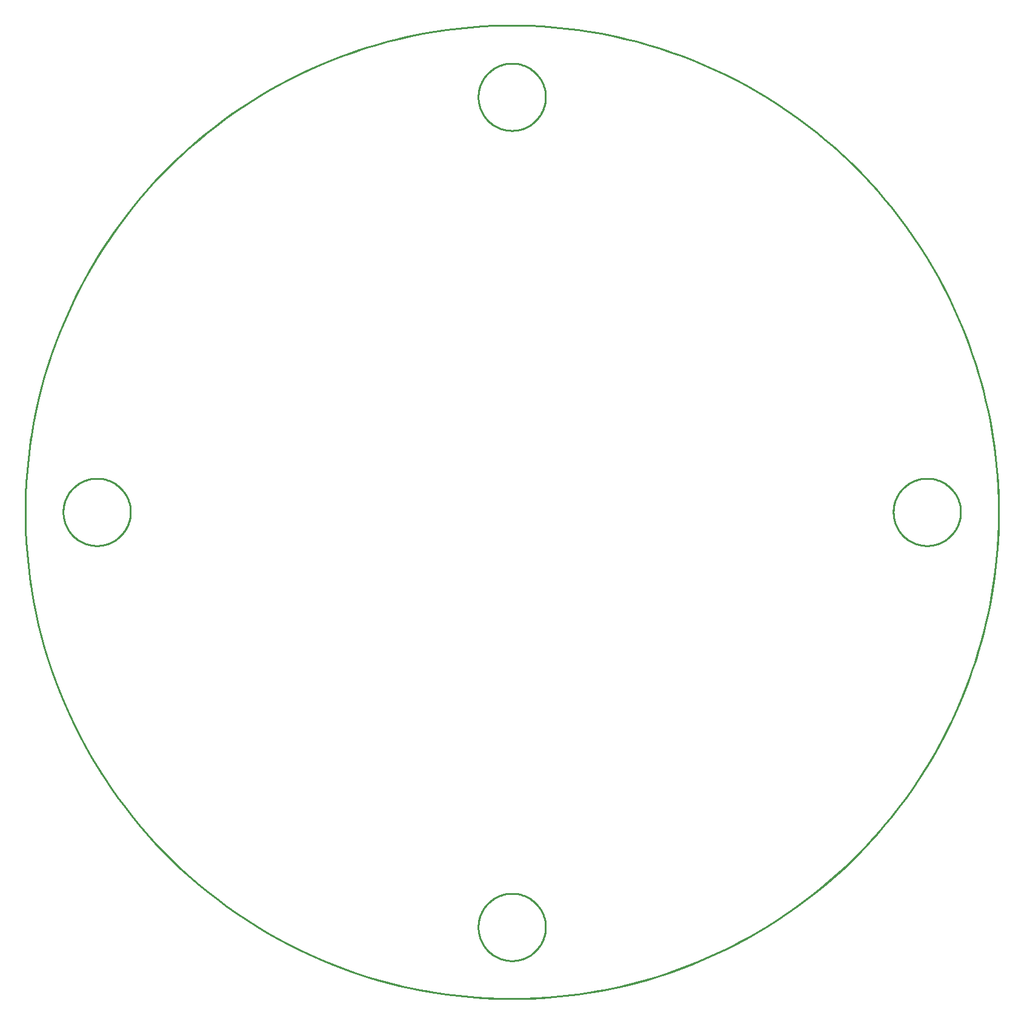
<source format=gko>
G04 EAGLE Gerber RS-274X export*
G75*
%MOMM*%
%FSLAX34Y34*%
%LPD*%
%INBoard Outline*%
%IPPOS*%
%AMOC8*
5,1,8,0,0,1.08239X$1,22.5*%
G01*
%ADD10C,0.152400*%
%ADD11C,0.254000*%


D10*
X533000Y0D02*
X533014Y1153D01*
X533057Y2306D01*
X533127Y3458D01*
X533226Y4607D01*
X533353Y5753D01*
X533509Y6896D01*
X533692Y8035D01*
X533903Y9169D01*
X534142Y10298D01*
X534409Y11420D01*
X534703Y12535D01*
X535024Y13643D01*
X535372Y14743D01*
X535747Y15834D01*
X536149Y16915D01*
X536578Y17986D01*
X537032Y19046D01*
X537513Y20095D01*
X538018Y21132D01*
X538550Y22156D01*
X539106Y23166D01*
X539687Y24163D01*
X540292Y25145D01*
X540921Y26112D01*
X541574Y27063D01*
X542249Y27998D01*
X542948Y28916D01*
X543669Y29816D01*
X544411Y30699D01*
X545175Y31563D01*
X545960Y32408D01*
X546766Y33234D01*
X547592Y34040D01*
X548437Y34825D01*
X549301Y35589D01*
X550184Y36331D01*
X551084Y37052D01*
X552002Y37751D01*
X552937Y38426D01*
X553888Y39079D01*
X554855Y39708D01*
X555837Y40313D01*
X556834Y40894D01*
X557844Y41450D01*
X558868Y41982D01*
X559905Y42487D01*
X560954Y42968D01*
X562014Y43422D01*
X563085Y43851D01*
X564166Y44253D01*
X565257Y44628D01*
X566357Y44976D01*
X567465Y45297D01*
X568580Y45591D01*
X569702Y45858D01*
X570831Y46097D01*
X571965Y46308D01*
X573104Y46491D01*
X574247Y46647D01*
X575393Y46774D01*
X576542Y46873D01*
X577694Y46943D01*
X578847Y46986D01*
X580000Y47000D01*
X581153Y46986D01*
X582306Y46943D01*
X583458Y46873D01*
X584607Y46774D01*
X585753Y46647D01*
X586896Y46491D01*
X588035Y46308D01*
X589169Y46097D01*
X590298Y45858D01*
X591420Y45591D01*
X592535Y45297D01*
X593643Y44976D01*
X594743Y44628D01*
X595834Y44253D01*
X596915Y43851D01*
X597986Y43422D01*
X599046Y42968D01*
X600095Y42487D01*
X601132Y41982D01*
X602156Y41450D01*
X603166Y40894D01*
X604163Y40313D01*
X605145Y39708D01*
X606112Y39079D01*
X607063Y38426D01*
X607998Y37751D01*
X608916Y37052D01*
X609816Y36331D01*
X610699Y35589D01*
X611563Y34825D01*
X612408Y34040D01*
X613234Y33234D01*
X614040Y32408D01*
X614825Y31563D01*
X615589Y30699D01*
X616331Y29816D01*
X617052Y28916D01*
X617751Y27998D01*
X618426Y27063D01*
X619079Y26112D01*
X619708Y25145D01*
X620313Y24163D01*
X620894Y23166D01*
X621450Y22156D01*
X621982Y21132D01*
X622487Y20095D01*
X622968Y19046D01*
X623422Y17986D01*
X623851Y16915D01*
X624253Y15834D01*
X624628Y14743D01*
X624976Y13643D01*
X625297Y12535D01*
X625591Y11420D01*
X625858Y10298D01*
X626097Y9169D01*
X626308Y8035D01*
X626491Y6896D01*
X626647Y5753D01*
X626774Y4607D01*
X626873Y3458D01*
X626943Y2306D01*
X626986Y1153D01*
X627000Y0D01*
X626986Y-1153D01*
X626943Y-2306D01*
X626873Y-3458D01*
X626774Y-4607D01*
X626647Y-5753D01*
X626491Y-6896D01*
X626308Y-8035D01*
X626097Y-9169D01*
X625858Y-10298D01*
X625591Y-11420D01*
X625297Y-12535D01*
X624976Y-13643D01*
X624628Y-14743D01*
X624253Y-15834D01*
X623851Y-16915D01*
X623422Y-17986D01*
X622968Y-19046D01*
X622487Y-20095D01*
X621982Y-21132D01*
X621450Y-22156D01*
X620894Y-23166D01*
X620313Y-24163D01*
X619708Y-25145D01*
X619079Y-26112D01*
X618426Y-27063D01*
X617751Y-27998D01*
X617052Y-28916D01*
X616331Y-29816D01*
X615589Y-30699D01*
X614825Y-31563D01*
X614040Y-32408D01*
X613234Y-33234D01*
X612408Y-34040D01*
X611563Y-34825D01*
X610699Y-35589D01*
X609816Y-36331D01*
X608916Y-37052D01*
X607998Y-37751D01*
X607063Y-38426D01*
X606112Y-39079D01*
X605145Y-39708D01*
X604163Y-40313D01*
X603166Y-40894D01*
X602156Y-41450D01*
X601132Y-41982D01*
X600095Y-42487D01*
X599046Y-42968D01*
X597986Y-43422D01*
X596915Y-43851D01*
X595834Y-44253D01*
X594743Y-44628D01*
X593643Y-44976D01*
X592535Y-45297D01*
X591420Y-45591D01*
X590298Y-45858D01*
X589169Y-46097D01*
X588035Y-46308D01*
X586896Y-46491D01*
X585753Y-46647D01*
X584607Y-46774D01*
X583458Y-46873D01*
X582306Y-46943D01*
X581153Y-46986D01*
X580000Y-47000D01*
X578847Y-46986D01*
X577694Y-46943D01*
X576542Y-46873D01*
X575393Y-46774D01*
X574247Y-46647D01*
X573104Y-46491D01*
X571965Y-46308D01*
X570831Y-46097D01*
X569702Y-45858D01*
X568580Y-45591D01*
X567465Y-45297D01*
X566357Y-44976D01*
X565257Y-44628D01*
X564166Y-44253D01*
X563085Y-43851D01*
X562014Y-43422D01*
X560954Y-42968D01*
X559905Y-42487D01*
X558868Y-41982D01*
X557844Y-41450D01*
X556834Y-40894D01*
X555837Y-40313D01*
X554855Y-39708D01*
X553888Y-39079D01*
X552937Y-38426D01*
X552002Y-37751D01*
X551084Y-37052D01*
X550184Y-36331D01*
X549301Y-35589D01*
X548437Y-34825D01*
X547592Y-34040D01*
X546766Y-33234D01*
X545960Y-32408D01*
X545175Y-31563D01*
X544411Y-30699D01*
X543669Y-29816D01*
X542948Y-28916D01*
X542249Y-27998D01*
X541574Y-27063D01*
X540921Y-26112D01*
X540292Y-25145D01*
X539687Y-24163D01*
X539106Y-23166D01*
X538550Y-22156D01*
X538018Y-21132D01*
X537513Y-20095D01*
X537032Y-19046D01*
X536578Y-17986D01*
X536149Y-16915D01*
X535747Y-15834D01*
X535372Y-14743D01*
X535024Y-13643D01*
X534703Y-12535D01*
X534409Y-11420D01*
X534142Y-10298D01*
X533903Y-9169D01*
X533692Y-8035D01*
X533509Y-6896D01*
X533353Y-5753D01*
X533226Y-4607D01*
X533127Y-3458D01*
X533057Y-2306D01*
X533014Y-1153D01*
X533000Y0D01*
X-47000Y580000D02*
X-46986Y581153D01*
X-46943Y582306D01*
X-46873Y583458D01*
X-46774Y584607D01*
X-46647Y585753D01*
X-46491Y586896D01*
X-46308Y588035D01*
X-46097Y589169D01*
X-45858Y590298D01*
X-45591Y591420D01*
X-45297Y592535D01*
X-44976Y593643D01*
X-44628Y594743D01*
X-44253Y595834D01*
X-43851Y596915D01*
X-43422Y597986D01*
X-42968Y599046D01*
X-42487Y600095D01*
X-41982Y601132D01*
X-41450Y602156D01*
X-40894Y603166D01*
X-40313Y604163D01*
X-39708Y605145D01*
X-39079Y606112D01*
X-38426Y607063D01*
X-37751Y607998D01*
X-37052Y608916D01*
X-36331Y609816D01*
X-35589Y610699D01*
X-34825Y611563D01*
X-34040Y612408D01*
X-33234Y613234D01*
X-32408Y614040D01*
X-31563Y614825D01*
X-30699Y615589D01*
X-29816Y616331D01*
X-28916Y617052D01*
X-27998Y617751D01*
X-27063Y618426D01*
X-26112Y619079D01*
X-25145Y619708D01*
X-24163Y620313D01*
X-23166Y620894D01*
X-22156Y621450D01*
X-21132Y621982D01*
X-20095Y622487D01*
X-19046Y622968D01*
X-17986Y623422D01*
X-16915Y623851D01*
X-15834Y624253D01*
X-14743Y624628D01*
X-13643Y624976D01*
X-12535Y625297D01*
X-11420Y625591D01*
X-10298Y625858D01*
X-9169Y626097D01*
X-8035Y626308D01*
X-6896Y626491D01*
X-5753Y626647D01*
X-4607Y626774D01*
X-3458Y626873D01*
X-2306Y626943D01*
X-1153Y626986D01*
X0Y627000D01*
X1153Y626986D01*
X2306Y626943D01*
X3458Y626873D01*
X4607Y626774D01*
X5753Y626647D01*
X6896Y626491D01*
X8035Y626308D01*
X9169Y626097D01*
X10298Y625858D01*
X11420Y625591D01*
X12535Y625297D01*
X13643Y624976D01*
X14743Y624628D01*
X15834Y624253D01*
X16915Y623851D01*
X17986Y623422D01*
X19046Y622968D01*
X20095Y622487D01*
X21132Y621982D01*
X22156Y621450D01*
X23166Y620894D01*
X24163Y620313D01*
X25145Y619708D01*
X26112Y619079D01*
X27063Y618426D01*
X27998Y617751D01*
X28916Y617052D01*
X29816Y616331D01*
X30699Y615589D01*
X31563Y614825D01*
X32408Y614040D01*
X33234Y613234D01*
X34040Y612408D01*
X34825Y611563D01*
X35589Y610699D01*
X36331Y609816D01*
X37052Y608916D01*
X37751Y607998D01*
X38426Y607063D01*
X39079Y606112D01*
X39708Y605145D01*
X40313Y604163D01*
X40894Y603166D01*
X41450Y602156D01*
X41982Y601132D01*
X42487Y600095D01*
X42968Y599046D01*
X43422Y597986D01*
X43851Y596915D01*
X44253Y595834D01*
X44628Y594743D01*
X44976Y593643D01*
X45297Y592535D01*
X45591Y591420D01*
X45858Y590298D01*
X46097Y589169D01*
X46308Y588035D01*
X46491Y586896D01*
X46647Y585753D01*
X46774Y584607D01*
X46873Y583458D01*
X46943Y582306D01*
X46986Y581153D01*
X47000Y580000D01*
X46986Y578847D01*
X46943Y577694D01*
X46873Y576542D01*
X46774Y575393D01*
X46647Y574247D01*
X46491Y573104D01*
X46308Y571965D01*
X46097Y570831D01*
X45858Y569702D01*
X45591Y568580D01*
X45297Y567465D01*
X44976Y566357D01*
X44628Y565257D01*
X44253Y564166D01*
X43851Y563085D01*
X43422Y562014D01*
X42968Y560954D01*
X42487Y559905D01*
X41982Y558868D01*
X41450Y557844D01*
X40894Y556834D01*
X40313Y555837D01*
X39708Y554855D01*
X39079Y553888D01*
X38426Y552937D01*
X37751Y552002D01*
X37052Y551084D01*
X36331Y550184D01*
X35589Y549301D01*
X34825Y548437D01*
X34040Y547592D01*
X33234Y546766D01*
X32408Y545960D01*
X31563Y545175D01*
X30699Y544411D01*
X29816Y543669D01*
X28916Y542948D01*
X27998Y542249D01*
X27063Y541574D01*
X26112Y540921D01*
X25145Y540292D01*
X24163Y539687D01*
X23166Y539106D01*
X22156Y538550D01*
X21132Y538018D01*
X20095Y537513D01*
X19046Y537032D01*
X17986Y536578D01*
X16915Y536149D01*
X15834Y535747D01*
X14743Y535372D01*
X13643Y535024D01*
X12535Y534703D01*
X11420Y534409D01*
X10298Y534142D01*
X9169Y533903D01*
X8035Y533692D01*
X6896Y533509D01*
X5753Y533353D01*
X4607Y533226D01*
X3458Y533127D01*
X2306Y533057D01*
X1153Y533014D01*
X0Y533000D01*
X-1153Y533014D01*
X-2306Y533057D01*
X-3458Y533127D01*
X-4607Y533226D01*
X-5753Y533353D01*
X-6896Y533509D01*
X-8035Y533692D01*
X-9169Y533903D01*
X-10298Y534142D01*
X-11420Y534409D01*
X-12535Y534703D01*
X-13643Y535024D01*
X-14743Y535372D01*
X-15834Y535747D01*
X-16915Y536149D01*
X-17986Y536578D01*
X-19046Y537032D01*
X-20095Y537513D01*
X-21132Y538018D01*
X-22156Y538550D01*
X-23166Y539106D01*
X-24163Y539687D01*
X-25145Y540292D01*
X-26112Y540921D01*
X-27063Y541574D01*
X-27998Y542249D01*
X-28916Y542948D01*
X-29816Y543669D01*
X-30699Y544411D01*
X-31563Y545175D01*
X-32408Y545960D01*
X-33234Y546766D01*
X-34040Y547592D01*
X-34825Y548437D01*
X-35589Y549301D01*
X-36331Y550184D01*
X-37052Y551084D01*
X-37751Y552002D01*
X-38426Y552937D01*
X-39079Y553888D01*
X-39708Y554855D01*
X-40313Y555837D01*
X-40894Y556834D01*
X-41450Y557844D01*
X-41982Y558868D01*
X-42487Y559905D01*
X-42968Y560954D01*
X-43422Y562014D01*
X-43851Y563085D01*
X-44253Y564166D01*
X-44628Y565257D01*
X-44976Y566357D01*
X-45297Y567465D01*
X-45591Y568580D01*
X-45858Y569702D01*
X-46097Y570831D01*
X-46308Y571965D01*
X-46491Y573104D01*
X-46647Y574247D01*
X-46774Y575393D01*
X-46873Y576542D01*
X-46943Y577694D01*
X-46986Y578847D01*
X-47000Y580000D01*
X-627000Y0D02*
X-626986Y1153D01*
X-626943Y2306D01*
X-626873Y3458D01*
X-626774Y4607D01*
X-626647Y5753D01*
X-626491Y6896D01*
X-626308Y8035D01*
X-626097Y9169D01*
X-625858Y10298D01*
X-625591Y11420D01*
X-625297Y12535D01*
X-624976Y13643D01*
X-624628Y14743D01*
X-624253Y15834D01*
X-623851Y16915D01*
X-623422Y17986D01*
X-622968Y19046D01*
X-622487Y20095D01*
X-621982Y21132D01*
X-621450Y22156D01*
X-620894Y23166D01*
X-620313Y24163D01*
X-619708Y25145D01*
X-619079Y26112D01*
X-618426Y27063D01*
X-617751Y27998D01*
X-617052Y28916D01*
X-616331Y29816D01*
X-615589Y30699D01*
X-614825Y31563D01*
X-614040Y32408D01*
X-613234Y33234D01*
X-612408Y34040D01*
X-611563Y34825D01*
X-610699Y35589D01*
X-609816Y36331D01*
X-608916Y37052D01*
X-607998Y37751D01*
X-607063Y38426D01*
X-606112Y39079D01*
X-605145Y39708D01*
X-604163Y40313D01*
X-603166Y40894D01*
X-602156Y41450D01*
X-601132Y41982D01*
X-600095Y42487D01*
X-599046Y42968D01*
X-597986Y43422D01*
X-596915Y43851D01*
X-595834Y44253D01*
X-594743Y44628D01*
X-593643Y44976D01*
X-592535Y45297D01*
X-591420Y45591D01*
X-590298Y45858D01*
X-589169Y46097D01*
X-588035Y46308D01*
X-586896Y46491D01*
X-585753Y46647D01*
X-584607Y46774D01*
X-583458Y46873D01*
X-582306Y46943D01*
X-581153Y46986D01*
X-580000Y47000D01*
X-578847Y46986D01*
X-577694Y46943D01*
X-576542Y46873D01*
X-575393Y46774D01*
X-574247Y46647D01*
X-573104Y46491D01*
X-571965Y46308D01*
X-570831Y46097D01*
X-569702Y45858D01*
X-568580Y45591D01*
X-567465Y45297D01*
X-566357Y44976D01*
X-565257Y44628D01*
X-564166Y44253D01*
X-563085Y43851D01*
X-562014Y43422D01*
X-560954Y42968D01*
X-559905Y42487D01*
X-558868Y41982D01*
X-557844Y41450D01*
X-556834Y40894D01*
X-555837Y40313D01*
X-554855Y39708D01*
X-553888Y39079D01*
X-552937Y38426D01*
X-552002Y37751D01*
X-551084Y37052D01*
X-550184Y36331D01*
X-549301Y35589D01*
X-548437Y34825D01*
X-547592Y34040D01*
X-546766Y33234D01*
X-545960Y32408D01*
X-545175Y31563D01*
X-544411Y30699D01*
X-543669Y29816D01*
X-542948Y28916D01*
X-542249Y27998D01*
X-541574Y27063D01*
X-540921Y26112D01*
X-540292Y25145D01*
X-539687Y24163D01*
X-539106Y23166D01*
X-538550Y22156D01*
X-538018Y21132D01*
X-537513Y20095D01*
X-537032Y19046D01*
X-536578Y17986D01*
X-536149Y16915D01*
X-535747Y15834D01*
X-535372Y14743D01*
X-535024Y13643D01*
X-534703Y12535D01*
X-534409Y11420D01*
X-534142Y10298D01*
X-533903Y9169D01*
X-533692Y8035D01*
X-533509Y6896D01*
X-533353Y5753D01*
X-533226Y4607D01*
X-533127Y3458D01*
X-533057Y2306D01*
X-533014Y1153D01*
X-533000Y0D01*
X-533014Y-1153D01*
X-533057Y-2306D01*
X-533127Y-3458D01*
X-533226Y-4607D01*
X-533353Y-5753D01*
X-533509Y-6896D01*
X-533692Y-8035D01*
X-533903Y-9169D01*
X-534142Y-10298D01*
X-534409Y-11420D01*
X-534703Y-12535D01*
X-535024Y-13643D01*
X-535372Y-14743D01*
X-535747Y-15834D01*
X-536149Y-16915D01*
X-536578Y-17986D01*
X-537032Y-19046D01*
X-537513Y-20095D01*
X-538018Y-21132D01*
X-538550Y-22156D01*
X-539106Y-23166D01*
X-539687Y-24163D01*
X-540292Y-25145D01*
X-540921Y-26112D01*
X-541574Y-27063D01*
X-542249Y-27998D01*
X-542948Y-28916D01*
X-543669Y-29816D01*
X-544411Y-30699D01*
X-545175Y-31563D01*
X-545960Y-32408D01*
X-546766Y-33234D01*
X-547592Y-34040D01*
X-548437Y-34825D01*
X-549301Y-35589D01*
X-550184Y-36331D01*
X-551084Y-37052D01*
X-552002Y-37751D01*
X-552937Y-38426D01*
X-553888Y-39079D01*
X-554855Y-39708D01*
X-555837Y-40313D01*
X-556834Y-40894D01*
X-557844Y-41450D01*
X-558868Y-41982D01*
X-559905Y-42487D01*
X-560954Y-42968D01*
X-562014Y-43422D01*
X-563085Y-43851D01*
X-564166Y-44253D01*
X-565257Y-44628D01*
X-566357Y-44976D01*
X-567465Y-45297D01*
X-568580Y-45591D01*
X-569702Y-45858D01*
X-570831Y-46097D01*
X-571965Y-46308D01*
X-573104Y-46491D01*
X-574247Y-46647D01*
X-575393Y-46774D01*
X-576542Y-46873D01*
X-577694Y-46943D01*
X-578847Y-46986D01*
X-580000Y-47000D01*
X-581153Y-46986D01*
X-582306Y-46943D01*
X-583458Y-46873D01*
X-584607Y-46774D01*
X-585753Y-46647D01*
X-586896Y-46491D01*
X-588035Y-46308D01*
X-589169Y-46097D01*
X-590298Y-45858D01*
X-591420Y-45591D01*
X-592535Y-45297D01*
X-593643Y-44976D01*
X-594743Y-44628D01*
X-595834Y-44253D01*
X-596915Y-43851D01*
X-597986Y-43422D01*
X-599046Y-42968D01*
X-600095Y-42487D01*
X-601132Y-41982D01*
X-602156Y-41450D01*
X-603166Y-40894D01*
X-604163Y-40313D01*
X-605145Y-39708D01*
X-606112Y-39079D01*
X-607063Y-38426D01*
X-607998Y-37751D01*
X-608916Y-37052D01*
X-609816Y-36331D01*
X-610699Y-35589D01*
X-611563Y-34825D01*
X-612408Y-34040D01*
X-613234Y-33234D01*
X-614040Y-32408D01*
X-614825Y-31563D01*
X-615589Y-30699D01*
X-616331Y-29816D01*
X-617052Y-28916D01*
X-617751Y-27998D01*
X-618426Y-27063D01*
X-619079Y-26112D01*
X-619708Y-25145D01*
X-620313Y-24163D01*
X-620894Y-23166D01*
X-621450Y-22156D01*
X-621982Y-21132D01*
X-622487Y-20095D01*
X-622968Y-19046D01*
X-623422Y-17986D01*
X-623851Y-16915D01*
X-624253Y-15834D01*
X-624628Y-14743D01*
X-624976Y-13643D01*
X-625297Y-12535D01*
X-625591Y-11420D01*
X-625858Y-10298D01*
X-626097Y-9169D01*
X-626308Y-8035D01*
X-626491Y-6896D01*
X-626647Y-5753D01*
X-626774Y-4607D01*
X-626873Y-3458D01*
X-626943Y-2306D01*
X-626986Y-1153D01*
X-627000Y0D01*
X-47000Y-580000D02*
X-46986Y-578847D01*
X-46943Y-577694D01*
X-46873Y-576542D01*
X-46774Y-575393D01*
X-46647Y-574247D01*
X-46491Y-573104D01*
X-46308Y-571965D01*
X-46097Y-570831D01*
X-45858Y-569702D01*
X-45591Y-568580D01*
X-45297Y-567465D01*
X-44976Y-566357D01*
X-44628Y-565257D01*
X-44253Y-564166D01*
X-43851Y-563085D01*
X-43422Y-562014D01*
X-42968Y-560954D01*
X-42487Y-559905D01*
X-41982Y-558868D01*
X-41450Y-557844D01*
X-40894Y-556834D01*
X-40313Y-555837D01*
X-39708Y-554855D01*
X-39079Y-553888D01*
X-38426Y-552937D01*
X-37751Y-552002D01*
X-37052Y-551084D01*
X-36331Y-550184D01*
X-35589Y-549301D01*
X-34825Y-548437D01*
X-34040Y-547592D01*
X-33234Y-546766D01*
X-32408Y-545960D01*
X-31563Y-545175D01*
X-30699Y-544411D01*
X-29816Y-543669D01*
X-28916Y-542948D01*
X-27998Y-542249D01*
X-27063Y-541574D01*
X-26112Y-540921D01*
X-25145Y-540292D01*
X-24163Y-539687D01*
X-23166Y-539106D01*
X-22156Y-538550D01*
X-21132Y-538018D01*
X-20095Y-537513D01*
X-19046Y-537032D01*
X-17986Y-536578D01*
X-16915Y-536149D01*
X-15834Y-535747D01*
X-14743Y-535372D01*
X-13643Y-535024D01*
X-12535Y-534703D01*
X-11420Y-534409D01*
X-10298Y-534142D01*
X-9169Y-533903D01*
X-8035Y-533692D01*
X-6896Y-533509D01*
X-5753Y-533353D01*
X-4607Y-533226D01*
X-3458Y-533127D01*
X-2306Y-533057D01*
X-1153Y-533014D01*
X0Y-533000D01*
X1153Y-533014D01*
X2306Y-533057D01*
X3458Y-533127D01*
X4607Y-533226D01*
X5753Y-533353D01*
X6896Y-533509D01*
X8035Y-533692D01*
X9169Y-533903D01*
X10298Y-534142D01*
X11420Y-534409D01*
X12535Y-534703D01*
X13643Y-535024D01*
X14743Y-535372D01*
X15834Y-535747D01*
X16915Y-536149D01*
X17986Y-536578D01*
X19046Y-537032D01*
X20095Y-537513D01*
X21132Y-538018D01*
X22156Y-538550D01*
X23166Y-539106D01*
X24163Y-539687D01*
X25145Y-540292D01*
X26112Y-540921D01*
X27063Y-541574D01*
X27998Y-542249D01*
X28916Y-542948D01*
X29816Y-543669D01*
X30699Y-544411D01*
X31563Y-545175D01*
X32408Y-545960D01*
X33234Y-546766D01*
X34040Y-547592D01*
X34825Y-548437D01*
X35589Y-549301D01*
X36331Y-550184D01*
X37052Y-551084D01*
X37751Y-552002D01*
X38426Y-552937D01*
X39079Y-553888D01*
X39708Y-554855D01*
X40313Y-555837D01*
X40894Y-556834D01*
X41450Y-557844D01*
X41982Y-558868D01*
X42487Y-559905D01*
X42968Y-560954D01*
X43422Y-562014D01*
X43851Y-563085D01*
X44253Y-564166D01*
X44628Y-565257D01*
X44976Y-566357D01*
X45297Y-567465D01*
X45591Y-568580D01*
X45858Y-569702D01*
X46097Y-570831D01*
X46308Y-571965D01*
X46491Y-573104D01*
X46647Y-574247D01*
X46774Y-575393D01*
X46873Y-576542D01*
X46943Y-577694D01*
X46986Y-578847D01*
X47000Y-580000D01*
X46986Y-581153D01*
X46943Y-582306D01*
X46873Y-583458D01*
X46774Y-584607D01*
X46647Y-585753D01*
X46491Y-586896D01*
X46308Y-588035D01*
X46097Y-589169D01*
X45858Y-590298D01*
X45591Y-591420D01*
X45297Y-592535D01*
X44976Y-593643D01*
X44628Y-594743D01*
X44253Y-595834D01*
X43851Y-596915D01*
X43422Y-597986D01*
X42968Y-599046D01*
X42487Y-600095D01*
X41982Y-601132D01*
X41450Y-602156D01*
X40894Y-603166D01*
X40313Y-604163D01*
X39708Y-605145D01*
X39079Y-606112D01*
X38426Y-607063D01*
X37751Y-607998D01*
X37052Y-608916D01*
X36331Y-609816D01*
X35589Y-610699D01*
X34825Y-611563D01*
X34040Y-612408D01*
X33234Y-613234D01*
X32408Y-614040D01*
X31563Y-614825D01*
X30699Y-615589D01*
X29816Y-616331D01*
X28916Y-617052D01*
X27998Y-617751D01*
X27063Y-618426D01*
X26112Y-619079D01*
X25145Y-619708D01*
X24163Y-620313D01*
X23166Y-620894D01*
X22156Y-621450D01*
X21132Y-621982D01*
X20095Y-622487D01*
X19046Y-622968D01*
X17986Y-623422D01*
X16915Y-623851D01*
X15834Y-624253D01*
X14743Y-624628D01*
X13643Y-624976D01*
X12535Y-625297D01*
X11420Y-625591D01*
X10298Y-625858D01*
X9169Y-626097D01*
X8035Y-626308D01*
X6896Y-626491D01*
X5753Y-626647D01*
X4607Y-626774D01*
X3458Y-626873D01*
X2306Y-626943D01*
X1153Y-626986D01*
X0Y-627000D01*
X-1153Y-626986D01*
X-2306Y-626943D01*
X-3458Y-626873D01*
X-4607Y-626774D01*
X-5753Y-626647D01*
X-6896Y-626491D01*
X-8035Y-626308D01*
X-9169Y-626097D01*
X-10298Y-625858D01*
X-11420Y-625591D01*
X-12535Y-625297D01*
X-13643Y-624976D01*
X-14743Y-624628D01*
X-15834Y-624253D01*
X-16915Y-623851D01*
X-17986Y-623422D01*
X-19046Y-622968D01*
X-20095Y-622487D01*
X-21132Y-621982D01*
X-22156Y-621450D01*
X-23166Y-620894D01*
X-24163Y-620313D01*
X-25145Y-619708D01*
X-26112Y-619079D01*
X-27063Y-618426D01*
X-27998Y-617751D01*
X-28916Y-617052D01*
X-29816Y-616331D01*
X-30699Y-615589D01*
X-31563Y-614825D01*
X-32408Y-614040D01*
X-33234Y-613234D01*
X-34040Y-612408D01*
X-34825Y-611563D01*
X-35589Y-610699D01*
X-36331Y-609816D01*
X-37052Y-608916D01*
X-37751Y-607998D01*
X-38426Y-607063D01*
X-39079Y-606112D01*
X-39708Y-605145D01*
X-40313Y-604163D01*
X-40894Y-603166D01*
X-41450Y-602156D01*
X-41982Y-601132D01*
X-42487Y-600095D01*
X-42968Y-599046D01*
X-43422Y-597986D01*
X-43851Y-596915D01*
X-44253Y-595834D01*
X-44628Y-594743D01*
X-44976Y-593643D01*
X-45297Y-592535D01*
X-45591Y-591420D01*
X-45858Y-590298D01*
X-46097Y-589169D01*
X-46308Y-588035D01*
X-46491Y-586896D01*
X-46647Y-585753D01*
X-46774Y-584607D01*
X-46873Y-583458D01*
X-46943Y-582306D01*
X-46986Y-581153D01*
X-47000Y-580000D01*
X-680000Y0D02*
X-679795Y16688D01*
X-679181Y33366D01*
X-678158Y50024D01*
X-676726Y66652D01*
X-674886Y83239D01*
X-672640Y99777D01*
X-669989Y116254D01*
X-666934Y132661D01*
X-663477Y148989D01*
X-659621Y165227D01*
X-655368Y181365D01*
X-650719Y197394D01*
X-645679Y213304D01*
X-640250Y229085D01*
X-634435Y244729D01*
X-628238Y260225D01*
X-621663Y275564D01*
X-614713Y290737D01*
X-607393Y305736D01*
X-599706Y320550D01*
X-591659Y335171D01*
X-583255Y349590D01*
X-574500Y363798D01*
X-565399Y377788D01*
X-555958Y391550D01*
X-546181Y405076D01*
X-536076Y418357D01*
X-525647Y431387D01*
X-514902Y444158D01*
X-503847Y456660D01*
X-492488Y468888D01*
X-480833Y480833D01*
X-468888Y492488D01*
X-456660Y503847D01*
X-444158Y514902D01*
X-431387Y525647D01*
X-418357Y536076D01*
X-405076Y546181D01*
X-391550Y555958D01*
X-377788Y565399D01*
X-363798Y574500D01*
X-349590Y583255D01*
X-335171Y591659D01*
X-320550Y599706D01*
X-305736Y607393D01*
X-290737Y614713D01*
X-275564Y621663D01*
X-260225Y628238D01*
X-244729Y634435D01*
X-229085Y640250D01*
X-213304Y645679D01*
X-197394Y650719D01*
X-181365Y655368D01*
X-165227Y659621D01*
X-148989Y663477D01*
X-132661Y666934D01*
X-116254Y669989D01*
X-99777Y672640D01*
X-83239Y674886D01*
X-66652Y676726D01*
X-50024Y678158D01*
X-33366Y679181D01*
X-16688Y679795D01*
X0Y680000D01*
X16688Y679795D01*
X33366Y679181D01*
X50024Y678158D01*
X66652Y676726D01*
X83239Y674886D01*
X99777Y672640D01*
X116254Y669989D01*
X132661Y666934D01*
X148989Y663477D01*
X165227Y659621D01*
X181365Y655368D01*
X197394Y650719D01*
X213304Y645679D01*
X229085Y640250D01*
X244729Y634435D01*
X260225Y628238D01*
X275564Y621663D01*
X290737Y614713D01*
X305736Y607393D01*
X320550Y599706D01*
X335171Y591659D01*
X349590Y583255D01*
X363798Y574500D01*
X377788Y565399D01*
X391550Y555958D01*
X405076Y546181D01*
X418357Y536076D01*
X431387Y525647D01*
X444158Y514902D01*
X456660Y503847D01*
X468888Y492488D01*
X480833Y480833D01*
X492488Y468888D01*
X503847Y456660D01*
X514902Y444158D01*
X525647Y431387D01*
X536076Y418357D01*
X546181Y405076D01*
X555958Y391550D01*
X565399Y377788D01*
X574500Y363798D01*
X583255Y349590D01*
X591659Y335171D01*
X599706Y320550D01*
X607393Y305736D01*
X614713Y290737D01*
X621663Y275564D01*
X628238Y260225D01*
X634435Y244729D01*
X640250Y229085D01*
X645679Y213304D01*
X650719Y197394D01*
X655368Y181365D01*
X659621Y165227D01*
X663477Y148989D01*
X666934Y132661D01*
X669989Y116254D01*
X672640Y99777D01*
X674886Y83239D01*
X676726Y66652D01*
X678158Y50024D01*
X679181Y33366D01*
X679795Y16688D01*
X680000Y0D01*
X679795Y-16688D01*
X679181Y-33366D01*
X678158Y-50024D01*
X676726Y-66652D01*
X674886Y-83239D01*
X672640Y-99777D01*
X669989Y-116254D01*
X666934Y-132661D01*
X663477Y-148989D01*
X659621Y-165227D01*
X655368Y-181365D01*
X650719Y-197394D01*
X645679Y-213304D01*
X640250Y-229085D01*
X634435Y-244729D01*
X628238Y-260225D01*
X621663Y-275564D01*
X614713Y-290737D01*
X607393Y-305736D01*
X599706Y-320550D01*
X591659Y-335171D01*
X583255Y-349590D01*
X574500Y-363798D01*
X565399Y-377788D01*
X555958Y-391550D01*
X546181Y-405076D01*
X536076Y-418357D01*
X525647Y-431387D01*
X514902Y-444158D01*
X503847Y-456660D01*
X492488Y-468888D01*
X480833Y-480833D01*
X468888Y-492488D01*
X456660Y-503847D01*
X444158Y-514902D01*
X431387Y-525647D01*
X418357Y-536076D01*
X405076Y-546181D01*
X391550Y-555958D01*
X377788Y-565399D01*
X363798Y-574500D01*
X349590Y-583255D01*
X335171Y-591659D01*
X320550Y-599706D01*
X305736Y-607393D01*
X290737Y-614713D01*
X275564Y-621663D01*
X260225Y-628238D01*
X244729Y-634435D01*
X229085Y-640250D01*
X213304Y-645679D01*
X197394Y-650719D01*
X181365Y-655368D01*
X165227Y-659621D01*
X148989Y-663477D01*
X132661Y-666934D01*
X116254Y-669989D01*
X99777Y-672640D01*
X83239Y-674886D01*
X66652Y-676726D01*
X50024Y-678158D01*
X33366Y-679181D01*
X16688Y-679795D01*
X0Y-680000D01*
X-16688Y-679795D01*
X-33366Y-679181D01*
X-50024Y-678158D01*
X-66652Y-676726D01*
X-83239Y-674886D01*
X-99777Y-672640D01*
X-116254Y-669989D01*
X-132661Y-666934D01*
X-148989Y-663477D01*
X-165227Y-659621D01*
X-181365Y-655368D01*
X-197394Y-650719D01*
X-213304Y-645679D01*
X-229085Y-640250D01*
X-244729Y-634435D01*
X-260225Y-628238D01*
X-275564Y-621663D01*
X-290737Y-614713D01*
X-305736Y-607393D01*
X-320550Y-599706D01*
X-335171Y-591659D01*
X-349590Y-583255D01*
X-363798Y-574500D01*
X-377788Y-565399D01*
X-391550Y-555958D01*
X-405076Y-546181D01*
X-418357Y-536076D01*
X-431387Y-525647D01*
X-444158Y-514902D01*
X-456660Y-503847D01*
X-468888Y-492488D01*
X-480833Y-480833D01*
X-492488Y-468888D01*
X-503847Y-456660D01*
X-514902Y-444158D01*
X-525647Y-431387D01*
X-536076Y-418357D01*
X-546181Y-405076D01*
X-555958Y-391550D01*
X-565399Y-377788D01*
X-574500Y-363798D01*
X-583255Y-349590D01*
X-591659Y-335171D01*
X-599706Y-320550D01*
X-607393Y-305736D01*
X-614713Y-290737D01*
X-621663Y-275564D01*
X-628238Y-260225D01*
X-634435Y-244729D01*
X-640250Y-229085D01*
X-645679Y-213304D01*
X-650719Y-197394D01*
X-655368Y-181365D01*
X-659621Y-165227D01*
X-663477Y-148989D01*
X-666934Y-132661D01*
X-669989Y-116254D01*
X-672640Y-99777D01*
X-674886Y-83239D01*
X-676726Y-66652D01*
X-678158Y-50024D01*
X-679181Y-33366D01*
X-679795Y-16688D01*
X-680000Y0D01*
D11*
X680000Y-8345D02*
X680000Y8345D01*
X679590Y25031D01*
X678771Y41701D01*
X677544Y58347D01*
X675908Y74957D01*
X673865Y91522D01*
X671416Y108032D01*
X668562Y124477D01*
X665306Y140846D01*
X661649Y157131D01*
X657594Y173322D01*
X653142Y189408D01*
X648297Y205380D01*
X643061Y221228D01*
X637439Y236943D01*
X631432Y252515D01*
X625044Y267935D01*
X618281Y283193D01*
X611145Y298282D01*
X603640Y313190D01*
X595773Y327910D01*
X587546Y342432D01*
X578965Y356748D01*
X570036Y370849D01*
X560763Y384727D01*
X551152Y398373D01*
X541210Y411779D01*
X530941Y424936D01*
X520353Y437838D01*
X509451Y450477D01*
X498242Y462844D01*
X486734Y474932D01*
X474932Y486734D01*
X462844Y498242D01*
X450477Y509451D01*
X437838Y520353D01*
X424936Y530941D01*
X411779Y541210D01*
X398373Y551152D01*
X384727Y560763D01*
X370849Y570036D01*
X356748Y578965D01*
X342432Y587546D01*
X327910Y595773D01*
X313190Y603640D01*
X298282Y611145D01*
X283193Y618281D01*
X267935Y625044D01*
X252515Y631432D01*
X236943Y637439D01*
X221228Y643061D01*
X205380Y648297D01*
X189408Y653142D01*
X173322Y657594D01*
X157131Y661649D01*
X140846Y665306D01*
X124477Y668562D01*
X108032Y671416D01*
X91522Y673865D01*
X74957Y675908D01*
X58347Y677544D01*
X41701Y678771D01*
X25031Y679590D01*
X8345Y680000D01*
X-8345Y680000D01*
X-25031Y679590D01*
X-41701Y678771D01*
X-58347Y677544D01*
X-74957Y675908D01*
X-91522Y673865D01*
X-108032Y671416D01*
X-124477Y668562D01*
X-140846Y665306D01*
X-157131Y661649D01*
X-173322Y657594D01*
X-189408Y653142D01*
X-205380Y648297D01*
X-221228Y643061D01*
X-236943Y637439D01*
X-252515Y631432D01*
X-267935Y625044D01*
X-283193Y618281D01*
X-298282Y611145D01*
X-313190Y603640D01*
X-327910Y595773D01*
X-342432Y587546D01*
X-356748Y578965D01*
X-370849Y570036D01*
X-384727Y560763D01*
X-398373Y551152D01*
X-411779Y541210D01*
X-424936Y530941D01*
X-437838Y520353D01*
X-450477Y509451D01*
X-462844Y498242D01*
X-474932Y486734D01*
X-486734Y474932D01*
X-498242Y462844D01*
X-509451Y450477D01*
X-520353Y437838D01*
X-530941Y424936D01*
X-541210Y411779D01*
X-551152Y398373D01*
X-560763Y384727D01*
X-570036Y370849D01*
X-578965Y356748D01*
X-587546Y342432D01*
X-595773Y327910D01*
X-603640Y313190D01*
X-611145Y298282D01*
X-618281Y283193D01*
X-625044Y267935D01*
X-631432Y252515D01*
X-637439Y236943D01*
X-643061Y221228D01*
X-648297Y205380D01*
X-653142Y189408D01*
X-657594Y173322D01*
X-661649Y157131D01*
X-665306Y140846D01*
X-668562Y124477D01*
X-671416Y108032D01*
X-673865Y91522D01*
X-675908Y74957D01*
X-677544Y58347D01*
X-678771Y41701D01*
X-679590Y25031D01*
X-680000Y8345D01*
X-680000Y-8345D01*
X-679590Y-25031D01*
X-678771Y-41701D01*
X-677544Y-58347D01*
X-675908Y-74957D01*
X-673865Y-91522D01*
X-671416Y-108032D01*
X-668562Y-124477D01*
X-665306Y-140846D01*
X-661649Y-157131D01*
X-657594Y-173322D01*
X-653142Y-189408D01*
X-648297Y-205380D01*
X-643061Y-221228D01*
X-637439Y-236943D01*
X-631432Y-252515D01*
X-625044Y-267935D01*
X-618281Y-283193D01*
X-611145Y-298282D01*
X-603640Y-313190D01*
X-595773Y-327910D01*
X-587546Y-342432D01*
X-578965Y-356748D01*
X-570036Y-370849D01*
X-560763Y-384727D01*
X-551152Y-398373D01*
X-541210Y-411779D01*
X-530941Y-424936D01*
X-520353Y-437838D01*
X-509451Y-450477D01*
X-498242Y-462844D01*
X-486734Y-474932D01*
X-474932Y-486734D01*
X-462844Y-498242D01*
X-450477Y-509451D01*
X-437838Y-520353D01*
X-424936Y-530941D01*
X-411779Y-541210D01*
X-398373Y-551152D01*
X-384727Y-560763D01*
X-370849Y-570036D01*
X-356748Y-578965D01*
X-342432Y-587546D01*
X-327910Y-595773D01*
X-313190Y-603640D01*
X-298282Y-611145D01*
X-283193Y-618281D01*
X-267935Y-625044D01*
X-252515Y-631432D01*
X-236943Y-637439D01*
X-221228Y-643061D01*
X-205380Y-648297D01*
X-189408Y-653142D01*
X-173322Y-657594D01*
X-157131Y-661649D01*
X-140846Y-665306D01*
X-124477Y-668562D01*
X-108032Y-671416D01*
X-91522Y-673865D01*
X-74957Y-675908D01*
X-58347Y-677544D01*
X-41701Y-678771D01*
X-25031Y-679590D01*
X-8345Y-680000D01*
X8345Y-680000D01*
X25031Y-679590D01*
X41701Y-678771D01*
X58347Y-677544D01*
X74957Y-675908D01*
X91522Y-673865D01*
X108032Y-671416D01*
X124477Y-668562D01*
X140846Y-665306D01*
X157131Y-661649D01*
X173322Y-657594D01*
X189408Y-653142D01*
X205380Y-648297D01*
X221228Y-643061D01*
X236943Y-637439D01*
X252515Y-631432D01*
X267935Y-625044D01*
X283193Y-618281D01*
X298282Y-611145D01*
X313190Y-603640D01*
X327910Y-595773D01*
X342432Y-587546D01*
X356748Y-578965D01*
X370849Y-570036D01*
X384727Y-560763D01*
X398373Y-551152D01*
X411779Y-541210D01*
X424936Y-530941D01*
X437838Y-520353D01*
X450477Y-509451D01*
X462844Y-498242D01*
X474932Y-486734D01*
X486734Y-474932D01*
X498242Y-462844D01*
X509451Y-450477D01*
X520353Y-437838D01*
X530941Y-424936D01*
X541210Y-411779D01*
X551152Y-398373D01*
X560763Y-384727D01*
X570036Y-370849D01*
X578965Y-356748D01*
X587546Y-342432D01*
X595773Y-327910D01*
X603640Y-313190D01*
X611145Y-298282D01*
X618281Y-283193D01*
X625044Y-267935D01*
X631432Y-252515D01*
X637439Y-236943D01*
X643061Y-221228D01*
X648297Y-205380D01*
X653142Y-189408D01*
X657594Y-173322D01*
X661649Y-157131D01*
X665306Y-140846D01*
X668562Y-124477D01*
X671416Y-108032D01*
X673865Y-91522D01*
X675908Y-74957D01*
X677544Y-58347D01*
X678771Y-41701D01*
X679590Y-25031D01*
X680000Y-8345D01*
X627000Y-923D02*
X627000Y923D01*
X626928Y2767D01*
X626783Y4608D01*
X626566Y6441D01*
X626277Y8264D01*
X625917Y10074D01*
X625486Y11869D01*
X624985Y13646D01*
X624414Y15402D01*
X623776Y17133D01*
X623069Y18839D01*
X622296Y20515D01*
X621458Y22160D01*
X620556Y23770D01*
X619592Y25344D01*
X618566Y26879D01*
X617481Y28373D01*
X616339Y29822D01*
X615140Y31226D01*
X613887Y32581D01*
X612581Y33887D01*
X611226Y35140D01*
X609822Y36339D01*
X608373Y37481D01*
X606879Y38566D01*
X605344Y39592D01*
X603770Y40556D01*
X602160Y41458D01*
X600515Y42296D01*
X598839Y43069D01*
X597133Y43776D01*
X595402Y44414D01*
X593646Y44985D01*
X591869Y45486D01*
X590074Y45917D01*
X588264Y46277D01*
X586441Y46566D01*
X584608Y46783D01*
X582767Y46928D01*
X580923Y47000D01*
X579077Y47000D01*
X577233Y46928D01*
X575392Y46783D01*
X573559Y46566D01*
X571736Y46277D01*
X569926Y45917D01*
X568131Y45486D01*
X566354Y44985D01*
X564598Y44414D01*
X562867Y43776D01*
X561161Y43069D01*
X559485Y42296D01*
X557840Y41458D01*
X556230Y40556D01*
X554656Y39592D01*
X553121Y38566D01*
X551627Y37481D01*
X550178Y36339D01*
X548774Y35140D01*
X547419Y33887D01*
X546113Y32581D01*
X544860Y31226D01*
X543662Y29822D01*
X542519Y28373D01*
X541434Y26879D01*
X540408Y25344D01*
X539444Y23770D01*
X538542Y22160D01*
X537704Y20515D01*
X536931Y18839D01*
X536224Y17133D01*
X535586Y15402D01*
X535015Y13646D01*
X534514Y11869D01*
X534083Y10074D01*
X533723Y8264D01*
X533434Y6441D01*
X533217Y4608D01*
X533072Y2767D01*
X533000Y923D01*
X533000Y-923D01*
X533072Y-2767D01*
X533217Y-4608D01*
X533434Y-6441D01*
X533723Y-8264D01*
X534083Y-10074D01*
X534514Y-11869D01*
X535015Y-13646D01*
X535586Y-15402D01*
X536224Y-17133D01*
X536931Y-18839D01*
X537704Y-20515D01*
X538542Y-22160D01*
X539444Y-23770D01*
X540408Y-25344D01*
X541434Y-26879D01*
X542519Y-28373D01*
X543662Y-29822D01*
X544860Y-31226D01*
X546113Y-32581D01*
X547419Y-33887D01*
X548774Y-35140D01*
X550178Y-36339D01*
X551627Y-37481D01*
X553121Y-38566D01*
X554656Y-39592D01*
X556230Y-40556D01*
X557840Y-41458D01*
X559485Y-42296D01*
X561161Y-43069D01*
X562867Y-43776D01*
X564598Y-44414D01*
X566354Y-44985D01*
X568131Y-45486D01*
X569926Y-45917D01*
X571736Y-46277D01*
X573559Y-46566D01*
X575392Y-46783D01*
X577233Y-46928D01*
X579077Y-47000D01*
X580923Y-47000D01*
X582767Y-46928D01*
X584608Y-46783D01*
X586441Y-46566D01*
X588264Y-46277D01*
X590074Y-45917D01*
X591869Y-45486D01*
X593646Y-44985D01*
X595402Y-44414D01*
X597133Y-43776D01*
X598839Y-43069D01*
X600515Y-42296D01*
X602160Y-41458D01*
X603770Y-40556D01*
X605344Y-39592D01*
X606879Y-38566D01*
X608373Y-37481D01*
X609822Y-36339D01*
X611226Y-35140D01*
X612581Y-33887D01*
X613887Y-32581D01*
X615140Y-31226D01*
X616339Y-29822D01*
X617481Y-28373D01*
X618566Y-26879D01*
X619592Y-25344D01*
X620556Y-23770D01*
X621458Y-22160D01*
X622296Y-20515D01*
X623069Y-18839D01*
X623776Y-17133D01*
X624414Y-15402D01*
X624985Y-13646D01*
X625486Y-11869D01*
X625917Y-10074D01*
X626277Y-8264D01*
X626566Y-6441D01*
X626783Y-4608D01*
X626928Y-2767D01*
X627000Y-923D01*
X47000Y579077D02*
X47000Y580923D01*
X46928Y582767D01*
X46783Y584608D01*
X46566Y586441D01*
X46277Y588264D01*
X45917Y590074D01*
X45486Y591869D01*
X44985Y593646D01*
X44414Y595402D01*
X43776Y597133D01*
X43069Y598839D01*
X42296Y600515D01*
X41458Y602160D01*
X40556Y603770D01*
X39592Y605344D01*
X38566Y606879D01*
X37481Y608373D01*
X36339Y609822D01*
X35140Y611226D01*
X33887Y612581D01*
X32581Y613887D01*
X31226Y615140D01*
X29822Y616339D01*
X28373Y617481D01*
X26879Y618566D01*
X25344Y619592D01*
X23770Y620556D01*
X22160Y621458D01*
X20515Y622296D01*
X18839Y623069D01*
X17133Y623776D01*
X15402Y624414D01*
X13646Y624985D01*
X11869Y625486D01*
X10074Y625917D01*
X8264Y626277D01*
X6441Y626566D01*
X4608Y626783D01*
X2767Y626928D01*
X923Y627000D01*
X-923Y627000D01*
X-2767Y626928D01*
X-4608Y626783D01*
X-6441Y626566D01*
X-8264Y626277D01*
X-10074Y625917D01*
X-11869Y625486D01*
X-13646Y624985D01*
X-15402Y624414D01*
X-17133Y623776D01*
X-18839Y623069D01*
X-20515Y622296D01*
X-22160Y621458D01*
X-23770Y620556D01*
X-25344Y619592D01*
X-26879Y618566D01*
X-28373Y617481D01*
X-29822Y616339D01*
X-31226Y615140D01*
X-32581Y613887D01*
X-33887Y612581D01*
X-35140Y611226D01*
X-36339Y609822D01*
X-37481Y608373D01*
X-38566Y606879D01*
X-39592Y605344D01*
X-40556Y603770D01*
X-41458Y602160D01*
X-42296Y600515D01*
X-43069Y598839D01*
X-43776Y597133D01*
X-44414Y595402D01*
X-44985Y593646D01*
X-45486Y591869D01*
X-45917Y590074D01*
X-46277Y588264D01*
X-46566Y586441D01*
X-46783Y584608D01*
X-46928Y582767D01*
X-47000Y580923D01*
X-47000Y579077D01*
X-46928Y577233D01*
X-46783Y575392D01*
X-46566Y573559D01*
X-46277Y571736D01*
X-45917Y569926D01*
X-45486Y568131D01*
X-44985Y566354D01*
X-44414Y564598D01*
X-43776Y562867D01*
X-43069Y561161D01*
X-42296Y559485D01*
X-41458Y557840D01*
X-40556Y556230D01*
X-39592Y554656D01*
X-38566Y553121D01*
X-37481Y551627D01*
X-36339Y550178D01*
X-35140Y548774D01*
X-33887Y547419D01*
X-32581Y546113D01*
X-31226Y544860D01*
X-29822Y543662D01*
X-28373Y542519D01*
X-26879Y541434D01*
X-25344Y540408D01*
X-23770Y539444D01*
X-22160Y538542D01*
X-20515Y537704D01*
X-18839Y536931D01*
X-17133Y536224D01*
X-15402Y535586D01*
X-13646Y535015D01*
X-11869Y534514D01*
X-10074Y534083D01*
X-8264Y533723D01*
X-6441Y533434D01*
X-4608Y533217D01*
X-2767Y533072D01*
X-923Y533000D01*
X923Y533000D01*
X2767Y533072D01*
X4608Y533217D01*
X6441Y533434D01*
X8264Y533723D01*
X10074Y534083D01*
X11869Y534514D01*
X13646Y535015D01*
X15402Y535586D01*
X17133Y536224D01*
X18839Y536931D01*
X20515Y537704D01*
X22160Y538542D01*
X23770Y539444D01*
X25344Y540408D01*
X26879Y541434D01*
X28373Y542519D01*
X29822Y543662D01*
X31226Y544860D01*
X32581Y546113D01*
X33887Y547419D01*
X35140Y548774D01*
X36339Y550178D01*
X37481Y551627D01*
X38566Y553121D01*
X39592Y554656D01*
X40556Y556230D01*
X41458Y557840D01*
X42296Y559485D01*
X43069Y561161D01*
X43776Y562867D01*
X44414Y564598D01*
X44985Y566354D01*
X45486Y568131D01*
X45917Y569926D01*
X46277Y571736D01*
X46566Y573559D01*
X46783Y575392D01*
X46928Y577233D01*
X47000Y579077D01*
X-533000Y-923D02*
X-533000Y923D01*
X-533072Y2767D01*
X-533217Y4608D01*
X-533434Y6441D01*
X-533723Y8264D01*
X-534083Y10074D01*
X-534514Y11869D01*
X-535015Y13646D01*
X-535586Y15402D01*
X-536224Y17133D01*
X-536931Y18839D01*
X-537704Y20515D01*
X-538542Y22160D01*
X-539444Y23770D01*
X-540408Y25344D01*
X-541434Y26879D01*
X-542519Y28373D01*
X-543662Y29822D01*
X-544860Y31226D01*
X-546113Y32581D01*
X-547419Y33887D01*
X-548774Y35140D01*
X-550178Y36339D01*
X-551627Y37481D01*
X-553121Y38566D01*
X-554656Y39592D01*
X-556230Y40556D01*
X-557840Y41458D01*
X-559485Y42296D01*
X-561161Y43069D01*
X-562867Y43776D01*
X-564598Y44414D01*
X-566354Y44985D01*
X-568131Y45486D01*
X-569926Y45917D01*
X-571736Y46277D01*
X-573559Y46566D01*
X-575392Y46783D01*
X-577233Y46928D01*
X-579077Y47000D01*
X-580923Y47000D01*
X-582767Y46928D01*
X-584608Y46783D01*
X-586441Y46566D01*
X-588264Y46277D01*
X-590074Y45917D01*
X-591869Y45486D01*
X-593646Y44985D01*
X-595402Y44414D01*
X-597133Y43776D01*
X-598839Y43069D01*
X-600515Y42296D01*
X-602160Y41458D01*
X-603770Y40556D01*
X-605344Y39592D01*
X-606879Y38566D01*
X-608373Y37481D01*
X-609822Y36339D01*
X-611226Y35140D01*
X-612581Y33887D01*
X-613887Y32581D01*
X-615140Y31226D01*
X-616339Y29822D01*
X-617481Y28373D01*
X-618566Y26879D01*
X-619592Y25344D01*
X-620556Y23770D01*
X-621458Y22160D01*
X-622296Y20515D01*
X-623069Y18839D01*
X-623776Y17133D01*
X-624414Y15402D01*
X-624985Y13646D01*
X-625486Y11869D01*
X-625917Y10074D01*
X-626277Y8264D01*
X-626566Y6441D01*
X-626783Y4608D01*
X-626928Y2767D01*
X-627000Y923D01*
X-627000Y-923D01*
X-626928Y-2767D01*
X-626783Y-4608D01*
X-626566Y-6441D01*
X-626277Y-8264D01*
X-625917Y-10074D01*
X-625486Y-11869D01*
X-624985Y-13646D01*
X-624414Y-15402D01*
X-623776Y-17133D01*
X-623069Y-18839D01*
X-622296Y-20515D01*
X-621458Y-22160D01*
X-620556Y-23770D01*
X-619592Y-25344D01*
X-618566Y-26879D01*
X-617481Y-28373D01*
X-616339Y-29822D01*
X-615140Y-31226D01*
X-613887Y-32581D01*
X-612581Y-33887D01*
X-611226Y-35140D01*
X-609822Y-36339D01*
X-608373Y-37481D01*
X-606879Y-38566D01*
X-605344Y-39592D01*
X-603770Y-40556D01*
X-602160Y-41458D01*
X-600515Y-42296D01*
X-598839Y-43069D01*
X-597133Y-43776D01*
X-595402Y-44414D01*
X-593646Y-44985D01*
X-591869Y-45486D01*
X-590074Y-45917D01*
X-588264Y-46277D01*
X-586441Y-46566D01*
X-584608Y-46783D01*
X-582767Y-46928D01*
X-580923Y-47000D01*
X-579077Y-47000D01*
X-577233Y-46928D01*
X-575392Y-46783D01*
X-573559Y-46566D01*
X-571736Y-46277D01*
X-569926Y-45917D01*
X-568131Y-45486D01*
X-566354Y-44985D01*
X-564598Y-44414D01*
X-562867Y-43776D01*
X-561161Y-43069D01*
X-559485Y-42296D01*
X-557840Y-41458D01*
X-556230Y-40556D01*
X-554656Y-39592D01*
X-553121Y-38566D01*
X-551627Y-37481D01*
X-550178Y-36339D01*
X-548774Y-35140D01*
X-547419Y-33887D01*
X-546113Y-32581D01*
X-544860Y-31226D01*
X-543662Y-29822D01*
X-542519Y-28373D01*
X-541434Y-26879D01*
X-540408Y-25344D01*
X-539444Y-23770D01*
X-538542Y-22160D01*
X-537704Y-20515D01*
X-536931Y-18839D01*
X-536224Y-17133D01*
X-535586Y-15402D01*
X-535015Y-13646D01*
X-534514Y-11869D01*
X-534083Y-10074D01*
X-533723Y-8264D01*
X-533434Y-6441D01*
X-533217Y-4608D01*
X-533072Y-2767D01*
X-533000Y-923D01*
X47000Y-580923D02*
X47000Y-579077D01*
X46928Y-577233D01*
X46783Y-575392D01*
X46566Y-573559D01*
X46277Y-571736D01*
X45917Y-569926D01*
X45486Y-568131D01*
X44985Y-566354D01*
X44414Y-564598D01*
X43776Y-562867D01*
X43069Y-561161D01*
X42296Y-559485D01*
X41458Y-557840D01*
X40556Y-556230D01*
X39592Y-554656D01*
X38566Y-553121D01*
X37481Y-551627D01*
X36339Y-550178D01*
X35140Y-548774D01*
X33887Y-547419D01*
X32581Y-546113D01*
X31226Y-544860D01*
X29822Y-543662D01*
X28373Y-542519D01*
X26879Y-541434D01*
X25344Y-540408D01*
X23770Y-539444D01*
X22160Y-538542D01*
X20515Y-537704D01*
X18839Y-536931D01*
X17133Y-536224D01*
X15402Y-535586D01*
X13646Y-535015D01*
X11869Y-534514D01*
X10074Y-534083D01*
X8264Y-533723D01*
X6441Y-533434D01*
X4608Y-533217D01*
X2767Y-533072D01*
X923Y-533000D01*
X-923Y-533000D01*
X-2767Y-533072D01*
X-4608Y-533217D01*
X-6441Y-533434D01*
X-8264Y-533723D01*
X-10074Y-534083D01*
X-11869Y-534514D01*
X-13646Y-535015D01*
X-15402Y-535586D01*
X-17133Y-536224D01*
X-18839Y-536931D01*
X-20515Y-537704D01*
X-22160Y-538542D01*
X-23770Y-539444D01*
X-25344Y-540408D01*
X-26879Y-541434D01*
X-28373Y-542519D01*
X-29822Y-543662D01*
X-31226Y-544860D01*
X-32581Y-546113D01*
X-33887Y-547419D01*
X-35140Y-548774D01*
X-36339Y-550178D01*
X-37481Y-551627D01*
X-38566Y-553121D01*
X-39592Y-554656D01*
X-40556Y-556230D01*
X-41458Y-557840D01*
X-42296Y-559485D01*
X-43069Y-561161D01*
X-43776Y-562867D01*
X-44414Y-564598D01*
X-44985Y-566354D01*
X-45486Y-568131D01*
X-45917Y-569926D01*
X-46277Y-571736D01*
X-46566Y-573559D01*
X-46783Y-575392D01*
X-46928Y-577233D01*
X-47000Y-579077D01*
X-47000Y-580923D01*
X-46928Y-582767D01*
X-46783Y-584608D01*
X-46566Y-586441D01*
X-46277Y-588264D01*
X-45917Y-590074D01*
X-45486Y-591869D01*
X-44985Y-593646D01*
X-44414Y-595402D01*
X-43776Y-597133D01*
X-43069Y-598839D01*
X-42296Y-600515D01*
X-41458Y-602160D01*
X-40556Y-603770D01*
X-39592Y-605344D01*
X-38566Y-606879D01*
X-37481Y-608373D01*
X-36339Y-609822D01*
X-35140Y-611226D01*
X-33887Y-612581D01*
X-32581Y-613887D01*
X-31226Y-615140D01*
X-29822Y-616339D01*
X-28373Y-617481D01*
X-26879Y-618566D01*
X-25344Y-619592D01*
X-23770Y-620556D01*
X-22160Y-621458D01*
X-20515Y-622296D01*
X-18839Y-623069D01*
X-17133Y-623776D01*
X-15402Y-624414D01*
X-13646Y-624985D01*
X-11869Y-625486D01*
X-10074Y-625917D01*
X-8264Y-626277D01*
X-6441Y-626566D01*
X-4608Y-626783D01*
X-2767Y-626928D01*
X-923Y-627000D01*
X923Y-627000D01*
X2767Y-626928D01*
X4608Y-626783D01*
X6441Y-626566D01*
X8264Y-626277D01*
X10074Y-625917D01*
X11869Y-625486D01*
X13646Y-624985D01*
X15402Y-624414D01*
X17133Y-623776D01*
X18839Y-623069D01*
X20515Y-622296D01*
X22160Y-621458D01*
X23770Y-620556D01*
X25344Y-619592D01*
X26879Y-618566D01*
X28373Y-617481D01*
X29822Y-616339D01*
X31226Y-615140D01*
X32581Y-613887D01*
X33887Y-612581D01*
X35140Y-611226D01*
X36339Y-609822D01*
X37481Y-608373D01*
X38566Y-606879D01*
X39592Y-605344D01*
X40556Y-603770D01*
X41458Y-602160D01*
X42296Y-600515D01*
X43069Y-598839D01*
X43776Y-597133D01*
X44414Y-595402D01*
X44985Y-593646D01*
X45486Y-591869D01*
X45917Y-590074D01*
X46277Y-588264D01*
X46566Y-586441D01*
X46783Y-584608D01*
X46928Y-582767D01*
X47000Y-580923D01*
M02*

</source>
